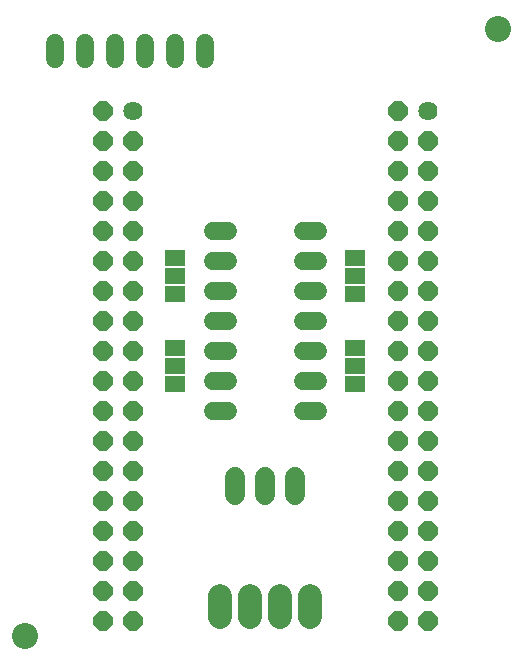
<source format=gbr>
G04 EAGLE Gerber RS-274X export*
G75*
%MOMM*%
%FSLAX34Y34*%
%LPD*%
%INSoldermask Bottom*%
%IPPOS*%
%AMOC8*
5,1,8,0,0,1.08239X$1,22.5*%
G01*
%ADD10C,2.203200*%
%ADD11C,1.625600*%
%ADD12P,1.759533X8X292.500000*%
%ADD13C,1.524000*%
%ADD14R,1.803400X1.371600*%
%ADD15C,1.727200*%
%ADD16C,2.003200*%


D10*
X577850Y628650D03*
X177800Y114300D03*
D11*
X268700Y559000D03*
D12*
X243300Y559000D03*
X268700Y533600D03*
X243300Y533600D03*
X268700Y508200D03*
X243300Y508200D03*
X268700Y482800D03*
X243300Y482800D03*
X268700Y457400D03*
X243300Y457400D03*
X268700Y432000D03*
X243300Y432000D03*
X268700Y406600D03*
X243300Y406600D03*
X268700Y381200D03*
X243300Y381200D03*
X268700Y355800D03*
X243300Y355800D03*
X268700Y330400D03*
X243300Y330400D03*
X268700Y305000D03*
X243300Y305000D03*
X268700Y279600D03*
X243300Y279600D03*
X268700Y254200D03*
X243300Y254200D03*
X268700Y228800D03*
X243300Y228800D03*
X268700Y203400D03*
X243300Y203400D03*
X268700Y178000D03*
X243300Y178000D03*
X268700Y152600D03*
X243300Y152600D03*
X268700Y127200D03*
X243300Y127200D03*
D11*
X518700Y559000D03*
D12*
X493300Y559000D03*
X518700Y533600D03*
X493300Y533600D03*
X518700Y508200D03*
X493300Y508200D03*
X518700Y482800D03*
X493300Y482800D03*
X518700Y457400D03*
X493300Y457400D03*
X518700Y432000D03*
X493300Y432000D03*
X518700Y406600D03*
X493300Y406600D03*
X518700Y381200D03*
X493300Y381200D03*
X518700Y355800D03*
X493300Y355800D03*
X518700Y330400D03*
X493300Y330400D03*
X518700Y305000D03*
X493300Y305000D03*
X518700Y279600D03*
X493300Y279600D03*
X518700Y254200D03*
X493300Y254200D03*
X518700Y228800D03*
X493300Y228800D03*
X518700Y203400D03*
X493300Y203400D03*
X518700Y178000D03*
X493300Y178000D03*
X518700Y152600D03*
X493300Y152600D03*
X518700Y127200D03*
X493300Y127200D03*
D13*
X203200Y602996D02*
X203200Y616204D01*
X228600Y616204D02*
X228600Y602996D01*
X254000Y602996D02*
X254000Y616204D01*
X279400Y616204D02*
X279400Y602996D01*
X304800Y602996D02*
X304800Y616204D01*
X330200Y616204D02*
X330200Y602996D01*
X412496Y304800D02*
X425704Y304800D01*
X425704Y330200D02*
X412496Y330200D01*
X412496Y457200D02*
X425704Y457200D01*
X349504Y457200D02*
X336296Y457200D01*
X412496Y355600D02*
X425704Y355600D01*
X425704Y381000D02*
X412496Y381000D01*
X412496Y431800D02*
X425704Y431800D01*
X425704Y406400D02*
X412496Y406400D01*
X349504Y431800D02*
X336296Y431800D01*
X336296Y406400D02*
X349504Y406400D01*
X349504Y381000D02*
X336296Y381000D01*
X336296Y355600D02*
X349504Y355600D01*
X349504Y330200D02*
X336296Y330200D01*
X336296Y304800D02*
X349504Y304800D01*
D14*
X304800Y403860D03*
X304800Y419100D03*
X304800Y434340D03*
X457200Y403860D03*
X457200Y419100D03*
X457200Y434340D03*
X457200Y327660D03*
X457200Y342900D03*
X457200Y358140D03*
X304800Y327660D03*
X304800Y342900D03*
X304800Y358140D03*
D15*
X355600Y248920D02*
X355600Y233680D01*
X381000Y233680D02*
X381000Y248920D01*
X406400Y248920D02*
X406400Y233680D01*
D16*
X342900Y148700D02*
X342900Y130700D01*
X368300Y130700D02*
X368300Y148700D01*
X393700Y148700D02*
X393700Y130700D01*
X419100Y130700D02*
X419100Y148700D01*
M02*

</source>
